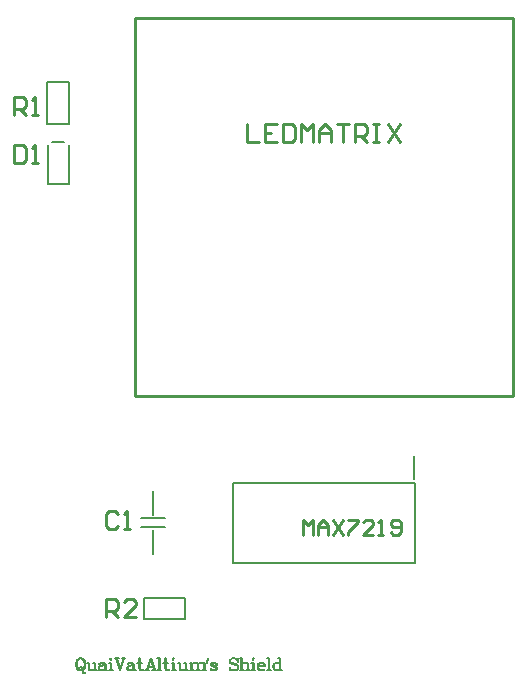
<source format=gto>
G04*
G04 #@! TF.GenerationSoftware,Altium Limited,Altium Designer,18.1.6 (161)*
G04*
G04 Layer_Color=65535*
%FSTAX24Y24*%
%MOIN*%
G70*
G01*
G75*
%ADD10C,0.0100*%
%ADD11C,0.0079*%
%ADD12C,0.0080*%
%ADD13C,0.0050*%
D10*
X050673Y029035D02*
Y041634D01*
X038075Y041634D02*
X050673Y041634D01*
X038075Y029035D02*
Y041634D01*
Y029035D02*
X050673Y029035D01*
X043701Y024409D02*
Y024909D01*
X043867Y024743D01*
X044034Y024909D01*
Y024409D01*
X044201D02*
Y024743D01*
X044367Y024909D01*
X044534Y024743D01*
Y024409D01*
Y024659D01*
X044201D01*
X0447Y024909D02*
X045034Y024409D01*
Y024909D02*
X0447Y024409D01*
X0452Y024909D02*
X045534D01*
Y024826D01*
X0452Y024493D01*
Y024409D01*
X046033D02*
X0457D01*
X046033Y024743D01*
Y024826D01*
X04595Y024909D01*
X045783D01*
X0457Y024826D01*
X0462Y024409D02*
X046367D01*
X046283D01*
Y024909D01*
X0462Y024826D01*
X046617Y024493D02*
X0467Y024409D01*
X046866D01*
X04695Y024493D01*
Y024826D01*
X046866Y024909D01*
X0467D01*
X046617Y024826D01*
Y024743D01*
X0467Y024659D01*
X04695D01*
X037106Y021654D02*
Y022253D01*
X037406D01*
X037506Y022153D01*
Y021953D01*
X037406Y021853D01*
X037106D01*
X037306D02*
X037506Y021654D01*
X038106D02*
X037706D01*
X038106Y022053D01*
Y022153D01*
X038006Y022253D01*
X037806D01*
X037706Y022153D01*
X034055Y038411D02*
Y039011D01*
X034355D01*
X034455Y038911D01*
Y038711D01*
X034355Y038611D01*
X034055D01*
X034255D02*
X034455Y038411D01*
X034655D02*
X034855D01*
X034755D01*
Y039011D01*
X034655Y038911D01*
X041831Y0381D02*
Y0375D01*
X042231D01*
X04283Y0381D02*
X042431D01*
Y0375D01*
X04283D01*
X042431Y0378D02*
X04263D01*
X04303Y0381D02*
Y0375D01*
X04333D01*
X04343Y0376D01*
Y038D01*
X04333Y0381D01*
X04303D01*
X04363Y0375D02*
Y0381D01*
X04383Y0379D01*
X04403Y0381D01*
Y0375D01*
X04423D02*
Y0379D01*
X04443Y0381D01*
X04463Y0379D01*
Y0375D01*
Y0378D01*
X04423D01*
X04483Y0381D02*
X04523D01*
X04503D01*
Y0375D01*
X04543D02*
Y0381D01*
X045729D01*
X045829Y038D01*
Y0378D01*
X045729Y0377D01*
X04543D01*
X045629D02*
X045829Y0375D01*
X046029Y0381D02*
X046229D01*
X046129D01*
Y0375D01*
X046029D01*
X046229D01*
X046529Y0381D02*
X046929Y0375D01*
Y0381D02*
X046529Y0375D01*
X034055Y037395D02*
Y036795D01*
X034355D01*
X034455Y036895D01*
Y037295D01*
X034355Y037395D01*
X034055D01*
X034655Y036795D02*
X034855D01*
X034755D01*
Y037395D01*
X034655Y037295D01*
X037515Y025106D02*
X037415Y025206D01*
X037216D01*
X037116Y025106D01*
Y024706D01*
X037216Y024606D01*
X037415D01*
X037515Y024706D01*
X037715Y024606D02*
X037915D01*
X037815D01*
Y025206D01*
X037715Y025106D01*
D11*
X047406Y023465D02*
Y026142D01*
X041343Y023465D02*
X047406D01*
X041343D02*
Y026142D01*
X047406D01*
X04739Y02628D02*
Y027037D01*
D12*
X038281Y024977D02*
X039081D01*
X038281Y024677D02*
X039081D01*
X038681Y025077D02*
Y025877D01*
Y023777D02*
Y024577D01*
X036255Y020282D02*
X036198Y020263D01*
X03616Y020225D01*
X036141Y020187D01*
X036122Y02011D01*
Y020053D01*
X036141Y019977D01*
X03616Y019939D01*
X036198Y019901D01*
X036255Y019882D01*
X036293D01*
X036351Y019901D01*
X036389Y019939D01*
X036408Y019977D01*
X036427Y020053D01*
Y02011D01*
X036408Y020187D01*
X036389Y020225D01*
X036351Y020263D01*
X036293Y020282D01*
X036255D01*
X036217Y020263D01*
X036179Y020225D01*
X03616Y020187D01*
X036141Y02011D01*
Y020053D01*
X03616Y019977D01*
X036179Y019939D01*
X036217Y019901D01*
X036255Y019882D01*
X036293D02*
X036332Y019901D01*
X03637Y019939D01*
X036389Y019977D01*
X036408Y020053D01*
Y02011D01*
X036389Y020187D01*
X03637Y020225D01*
X036332Y020263D01*
X036293Y020282D01*
X036198Y01992D02*
Y019939D01*
X036217Y019977D01*
X036255Y019996D01*
X036274D01*
X036312Y019977D01*
X036332Y019939D01*
X036351Y019806D01*
X03637Y019787D01*
X036408D01*
X036427Y019825D01*
Y019844D01*
X036332Y019939D02*
X036351Y019863D01*
X03637Y019825D01*
X036389Y019806D01*
X036408D01*
X036427Y019825D01*
X036539Y020148D02*
Y019939D01*
X036558Y019901D01*
X036615Y019882D01*
X036653D01*
X03671Y019901D01*
X036749Y019939D01*
X036558Y020148D02*
Y019939D01*
X036577Y019901D01*
X036615Y019882D01*
X036749Y020148D02*
Y019882D01*
X036768Y020148D02*
Y019882D01*
X036482Y020148D02*
X036558D01*
X036691D02*
X036768D01*
X036749Y019882D02*
X036825D01*
X036914Y02011D02*
Y020091D01*
X036895D01*
Y02011D01*
X036914Y020129D01*
X036952Y020148D01*
X037029D01*
X037067Y020129D01*
X037086Y02011D01*
X037105Y020072D01*
Y019939D01*
X037124Y019901D01*
X037143Y019882D01*
X037086Y02011D02*
Y019939D01*
X037105Y019901D01*
X037143Y019882D01*
X037162D01*
X037086Y020072D02*
X037067Y020053D01*
X036952Y020034D01*
X036895Y020015D01*
X036876Y019977D01*
Y019939D01*
X036895Y019901D01*
X036952Y019882D01*
X037009D01*
X037048Y019901D01*
X037086Y019939D01*
X036952Y020034D02*
X036914Y020015D01*
X036895Y019977D01*
Y019939D01*
X036914Y019901D01*
X036952Y019882D01*
X037276Y020282D02*
X037257Y020263D01*
X037276Y020244D01*
X037295Y020263D01*
X037276Y020282D01*
Y020148D02*
Y019882D01*
X037295Y020148D02*
Y019882D01*
X037219Y020148D02*
X037295D01*
X037219Y019882D02*
X037352D01*
X037463Y020282D02*
X037596Y019882D01*
X037482Y020282D02*
X037596Y019939D01*
X037729Y020282D02*
X037596Y019882D01*
X037425Y020282D02*
X037539D01*
X037653D02*
X037767D01*
X037857Y02011D02*
Y020091D01*
X037838D01*
Y02011D01*
X037857Y020129D01*
X037895Y020148D01*
X037971D01*
X038009Y020129D01*
X038028Y02011D01*
X038047Y020072D01*
Y019939D01*
X038066Y019901D01*
X038085Y019882D01*
X038028Y02011D02*
Y019939D01*
X038047Y019901D01*
X038085Y019882D01*
X038104D01*
X038028Y020072D02*
X038009Y020053D01*
X037895Y020034D01*
X037838Y020015D01*
X037819Y019977D01*
Y019939D01*
X037838Y019901D01*
X037895Y019882D01*
X037952D01*
X03799Y019901D01*
X038028Y019939D01*
X037895Y020034D02*
X037857Y020015D01*
X037838Y019977D01*
Y019939D01*
X037857Y019901D01*
X037895Y019882D01*
X038276D02*
X038257Y019901D01*
X038238Y019958D01*
Y020282D01*
X038219D01*
Y019958D01*
X038238Y019901D01*
X038276Y019882D01*
X038314D01*
X038352Y019901D01*
X038371Y019939D01*
X038162Y020148D02*
X038314D01*
X038607Y020282D02*
X038474Y019882D01*
X038607Y020282D02*
X038741Y019882D01*
X038607Y020225D02*
X038721Y019882D01*
X038512Y019996D02*
X038683D01*
X038436Y019882D02*
X03855D01*
X038664D02*
X038779D01*
X038887Y020282D02*
Y019882D01*
X038906Y020282D02*
Y019882D01*
X03883Y020282D02*
X038906D01*
X03883Y019882D02*
X038963D01*
X03915D02*
X039131Y019901D01*
X039112Y019958D01*
Y020282D01*
X039093D01*
Y019958D01*
X039112Y019901D01*
X03915Y019882D01*
X039188D01*
X039226Y019901D01*
X039245Y019939D01*
X039036Y020148D02*
X039188D01*
X039367Y020282D02*
X039348Y020263D01*
X039367Y020244D01*
X039386Y020263D01*
X039367Y020282D01*
Y020148D02*
Y019882D01*
X039386Y020148D02*
Y019882D01*
X03931Y020148D02*
X039386D01*
X03931Y019882D02*
X039443D01*
X039573Y020148D02*
Y019939D01*
X039592Y019901D01*
X039649Y019882D01*
X039687D01*
X039744Y019901D01*
X039782Y019939D01*
X039592Y020148D02*
Y019939D01*
X039611Y019901D01*
X039649Y019882D01*
X039782Y020148D02*
Y019882D01*
X039801Y020148D02*
Y019882D01*
X039516Y020148D02*
X039592D01*
X039725D02*
X039801D01*
X039782Y019882D02*
X039858D01*
X039967Y020148D02*
Y019882D01*
X039986Y020148D02*
Y019882D01*
Y020091D02*
X040024Y020129D01*
X040081Y020148D01*
X040119D01*
X040176Y020129D01*
X040195Y020091D01*
Y019882D01*
X040119Y020148D02*
X040157Y020129D01*
X040176Y020091D01*
Y019882D01*
X040195Y020091D02*
X040234Y020129D01*
X040291Y020148D01*
X040329D01*
X040386Y020129D01*
X040405Y020091D01*
Y019882D01*
X040329Y020148D02*
X040367Y020129D01*
X040386Y020091D01*
Y019882D01*
X03991Y020148D02*
X039986D01*
X03991Y019882D02*
X040043D01*
X040119D02*
X040253D01*
X040329D02*
X040462D01*
X040512Y020282D02*
X040493Y020148D01*
X040531Y020282D02*
X040493Y020148D01*
X040803Y02011D02*
X040822Y020148D01*
Y020072D01*
X040803Y02011D01*
X040784Y020129D01*
X040746Y020148D01*
X04067D01*
X040632Y020129D01*
X040613Y02011D01*
Y020072D01*
X040632Y020053D01*
X04067Y020034D01*
X040765Y019996D01*
X040803Y019977D01*
X040822Y019958D01*
X040613Y020091D02*
X040632Y020072D01*
X04067Y020053D01*
X040765Y020015D01*
X040803Y019996D01*
X040822Y019977D01*
Y01992D01*
X040803Y019901D01*
X040765Y019882D01*
X040689D01*
X040651Y019901D01*
X040632Y01992D01*
X040613Y019958D01*
Y019882D01*
X040632Y01992D01*
X041494Y020225D02*
X041513Y020282D01*
Y020168D01*
X041494Y020225D01*
X041456Y020263D01*
X041399Y020282D01*
X041342D01*
X041285Y020263D01*
X041247Y020225D01*
Y020187D01*
X041266Y020148D01*
X041285Y020129D01*
X041323Y02011D01*
X041437Y020072D01*
X041475Y020053D01*
X041513Y020015D01*
X041247Y020187D02*
X041285Y020148D01*
X041323Y020129D01*
X041437Y020091D01*
X041475Y020072D01*
X041494Y020053D01*
X041513Y020015D01*
Y019939D01*
X041475Y019901D01*
X041418Y019882D01*
X041361D01*
X041304Y019901D01*
X041266Y019939D01*
X041247Y019996D01*
Y019882D01*
X041266Y019939D01*
X041629Y020282D02*
Y019882D01*
X041648Y020282D02*
Y019882D01*
Y020091D02*
X041687Y020129D01*
X041744Y020148D01*
X041782D01*
X041839Y020129D01*
X041858Y020091D01*
Y019882D01*
X041782Y020148D02*
X04182Y020129D01*
X041839Y020091D01*
Y019882D01*
X041572Y020282D02*
X041648D01*
X041572Y019882D02*
X041706D01*
X041782D02*
X041915D01*
X042024Y020282D02*
X042005Y020263D01*
X042024Y020244D01*
X042043Y020263D01*
X042024Y020282D01*
Y020148D02*
Y019882D01*
X042043Y020148D02*
Y019882D01*
X041967Y020148D02*
X042043D01*
X041967Y019882D02*
X0421D01*
X042191Y020034D02*
X04242D01*
Y020072D01*
X042401Y02011D01*
X042382Y020129D01*
X042344Y020148D01*
X042286D01*
X042229Y020129D01*
X042191Y020091D01*
X042172Y020034D01*
Y019996D01*
X042191Y019939D01*
X042229Y019901D01*
X042286Y019882D01*
X042325D01*
X042382Y019901D01*
X04242Y019939D01*
X042401Y020034D02*
Y020091D01*
X042382Y020129D01*
X042286Y020148D02*
X042248Y020129D01*
X04221Y020091D01*
X042191Y020034D01*
Y019996D01*
X04221Y019939D01*
X042248Y019901D01*
X042286Y019882D01*
X042538Y020282D02*
Y019882D01*
X042557Y020282D02*
Y019882D01*
X042481Y020282D02*
X042557D01*
X042481Y019882D02*
X042614D01*
X042915Y020282D02*
Y019882D01*
X042934Y020282D02*
Y019882D01*
X042915Y020091D02*
X042877Y020129D01*
X042839Y020148D01*
X042801D01*
X042743Y020129D01*
X042705Y020091D01*
X042686Y020034D01*
Y019996D01*
X042705Y019939D01*
X042743Y019901D01*
X042801Y019882D01*
X042839D01*
X042877Y019901D01*
X042915Y019939D01*
X042801Y020148D02*
X042763Y020129D01*
X042724Y020091D01*
X042705Y020034D01*
Y019996D01*
X042724Y019939D01*
X042763Y019901D01*
X042801Y019882D01*
X042858Y020282D02*
X042934D01*
X042915Y019882D02*
X042991D01*
D13*
X039764Y021585D02*
Y022313D01*
X038386Y021585D02*
Y022313D01*
Y021585D02*
X039764D01*
X038386Y022313D02*
X039764D01*
X035167Y039484D02*
X035896D01*
X035167Y038106D02*
X035896D01*
Y039484D01*
X035167Y038106D02*
Y039484D01*
X035881Y036111D02*
Y037411D01*
X035181Y036111D02*
X035881D01*
X035181D02*
Y037411D01*
X035331Y037511D02*
X035731D01*
M02*

</source>
